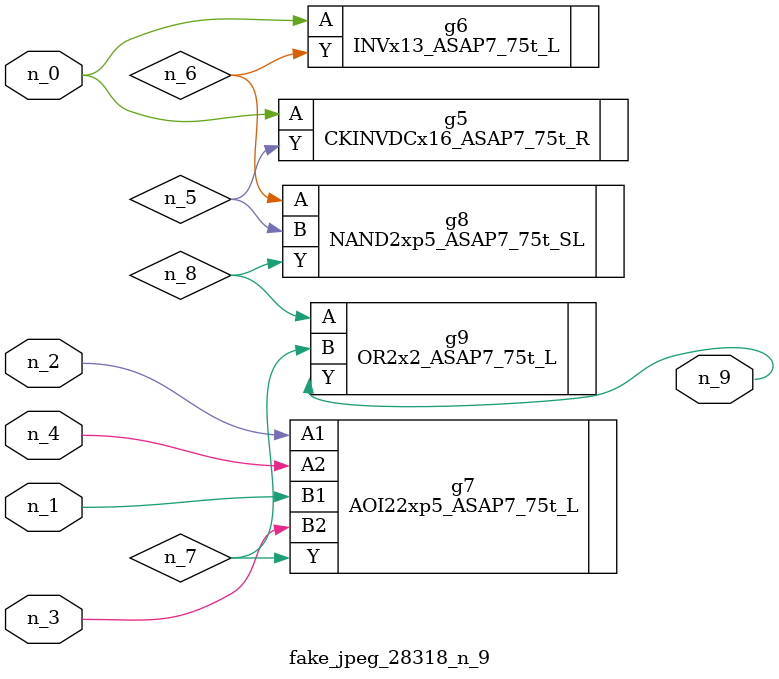
<source format=v>
module fake_jpeg_28318_n_9 (n_3, n_2, n_1, n_0, n_4, n_9);

input n_3;
input n_2;
input n_1;
input n_0;
input n_4;

output n_9;

wire n_8;
wire n_6;
wire n_5;
wire n_7;

CKINVDCx16_ASAP7_75t_R g5 ( 
.A(n_0),
.Y(n_5)
);

INVx13_ASAP7_75t_L g6 ( 
.A(n_0),
.Y(n_6)
);

AOI22xp5_ASAP7_75t_L g7 ( 
.A1(n_2),
.A2(n_4),
.B1(n_1),
.B2(n_3),
.Y(n_7)
);

NAND2xp5_ASAP7_75t_SL g8 ( 
.A(n_6),
.B(n_5),
.Y(n_8)
);

OR2x2_ASAP7_75t_L g9 ( 
.A(n_8),
.B(n_7),
.Y(n_9)
);


endmodule
</source>
